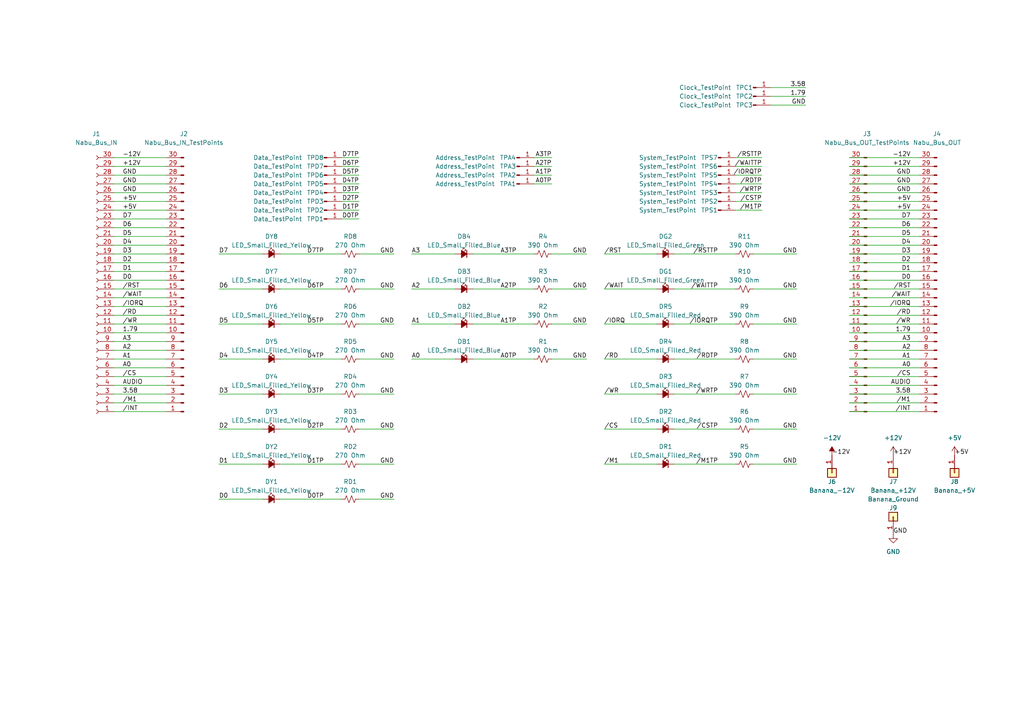
<source format=kicad_sch>
(kicad_sch (version 20211123) (generator eeschema)
  (paper "A4")
  (title_block (title "Nabu BUS LED Monitor") (date "2023-07-15") (rev "3.1"))
  (wire (pts (xy 99.06 48.26) (xy 104.14 48.26)))
  (wire (pts (xy 33.02 68.58) (xy 48.26 68.58)))
  (wire (pts (xy 223.52 25.4) (xy 233.68 25.4)))
  (wire (pts (xy 137.16 73.66) (xy 154.94 73.66)))
  (wire (pts (xy 33.02 101.6) (xy 48.26 101.6)))
  (wire (pts (xy 195.58 83.82) (xy 213.36 83.82)))
  (wire (pts (xy 246.38 99.06) (xy 266.7 99.06)))
  (wire (pts (xy 33.02 71.12) (xy 48.26 71.12)))
  (wire (pts (xy 33.02 99.06) (xy 48.26 99.06)))
  (wire (pts (xy 63.5 134.62) (xy 76.2 134.62)))
  (wire (pts (xy 81.28 93.98) (xy 99.06 93.98)))
  (wire (pts (xy 33.02 119.38) (xy 48.26 119.38)))
  (wire (pts (xy 246.38 93.98) (xy 266.7 93.98)))
  (wire (pts (xy 33.02 63.5) (xy 48.26 63.5)))
  (wire (pts (xy 213.36 45.72) (xy 220.98 45.72)))
  (wire (pts (xy 213.36 48.26) (xy 220.98 48.26)))
  (wire (pts (xy 81.28 83.82) (xy 99.06 83.82)))
  (wire (pts (xy 154.94 53.34) (xy 160.02 53.34)))
  (wire (pts (xy 104.14 134.62) (xy 114.3 134.62)))
  (wire (pts (xy 218.44 114.3) (xy 231.14 114.3)))
  (wire (pts (xy 246.38 101.6) (xy 266.7 101.6)))
  (wire (pts (xy 246.38 48.26) (xy 266.7 48.26)))
  (wire (pts (xy 63.5 83.82) (xy 76.2 83.82)))
  (wire (pts (xy 195.58 124.46) (xy 213.36 124.46)))
  (wire (pts (xy 246.38 91.44) (xy 266.7 91.44)))
  (wire (pts (xy 246.38 73.66) (xy 266.7 73.66)))
  (wire (pts (xy 33.02 73.66) (xy 48.26 73.66)))
  (wire (pts (xy 213.36 58.42) (xy 220.98 58.42)))
  (wire (pts (xy 104.14 114.3) (xy 114.3 114.3)))
  (wire (pts (xy 99.06 55.88) (xy 104.14 55.88)))
  (wire (pts (xy 175.26 93.98) (xy 190.5 93.98)))
  (wire (pts (xy 160.02 104.14) (xy 170.18 104.14)))
  (wire (pts (xy 33.02 81.28) (xy 48.26 81.28)))
  (wire (pts (xy 218.44 83.82) (xy 231.14 83.82)))
  (wire (pts (xy 63.5 93.98) (xy 76.2 93.98)))
  (wire (pts (xy 81.28 144.78) (xy 99.06 144.78)))
  (wire (pts (xy 195.58 93.98) (xy 213.36 93.98)))
  (wire (pts (xy 33.02 78.74) (xy 48.26 78.74)))
  (wire (pts (xy 99.06 53.34) (xy 104.14 53.34)))
  (wire (pts (xy 81.28 124.46) (xy 99.06 124.46)))
  (wire (pts (xy 246.38 76.2) (xy 266.7 76.2)))
  (wire (pts (xy 175.26 83.82) (xy 190.5 83.82)))
  (wire (pts (xy 246.38 50.8) (xy 266.7 50.8)))
  (wire (pts (xy 104.14 124.46) (xy 114.3 124.46)))
  (wire (pts (xy 33.02 96.52) (xy 48.26 96.52)))
  (wire (pts (xy 33.02 104.14) (xy 48.26 104.14)))
  (wire (pts (xy 195.58 134.62) (xy 213.36 134.62)))
  (wire (pts (xy 33.02 88.9) (xy 48.26 88.9)))
  (wire (pts (xy 218.44 124.46) (xy 231.14 124.46)))
  (wire (pts (xy 175.26 134.62) (xy 190.5 134.62)))
  (wire (pts (xy 218.44 134.62) (xy 231.14 134.62)))
  (wire (pts (xy 99.06 45.72) (xy 104.14 45.72)))
  (wire (pts (xy 99.06 60.96) (xy 104.14 60.96)))
  (wire (pts (xy 104.14 83.82) (xy 114.3 83.82)))
  (wire (pts (xy 213.36 50.8) (xy 220.98 50.8)))
  (wire (pts (xy 33.02 91.44) (xy 48.26 91.44)))
  (wire (pts (xy 33.02 66.04) (xy 48.26 66.04)))
  (wire (pts (xy 154.94 50.8) (xy 160.02 50.8)))
  (wire (pts (xy 246.38 81.28) (xy 266.7 81.28)))
  (wire (pts (xy 246.38 63.5) (xy 266.7 63.5)))
  (wire (pts (xy 33.02 116.84) (xy 48.26 116.84)))
  (wire (pts (xy 246.38 60.96) (xy 266.7 60.96)))
  (wire (pts (xy 246.38 68.58) (xy 266.7 68.58)))
  (wire (pts (xy 195.58 73.66) (xy 213.36 73.66)))
  (wire (pts (xy 246.38 66.04) (xy 266.7 66.04)))
  (wire (pts (xy 63.5 114.3) (xy 76.2 114.3)))
  (wire (pts (xy 154.94 48.26) (xy 160.02 48.26)))
  (wire (pts (xy 218.44 73.66) (xy 231.14 73.66)))
  (wire (pts (xy 213.36 55.88) (xy 220.98 55.88)))
  (wire (pts (xy 33.02 45.72) (xy 48.26 45.72)))
  (wire (pts (xy 223.52 27.94) (xy 233.68 27.94)))
  (wire (pts (xy 104.14 73.66) (xy 114.3 73.66)))
  (wire (pts (xy 246.38 119.38) (xy 266.7 119.38)))
  (wire (pts (xy 246.38 104.14) (xy 266.7 104.14)))
  (wire (pts (xy 33.02 83.82) (xy 48.26 83.82)))
  (wire (pts (xy 33.02 106.68) (xy 48.26 106.68)))
  (wire (pts (xy 81.28 134.62) (xy 99.06 134.62)))
  (wire (pts (xy 119.38 104.14) (xy 132.08 104.14)))
  (wire (pts (xy 246.38 111.76) (xy 266.7 111.76)))
  (wire (pts (xy 246.38 88.9) (xy 266.7 88.9)))
  (wire (pts (xy 33.02 60.96) (xy 48.26 60.96)))
  (wire (pts (xy 175.26 104.14) (xy 190.5 104.14)))
  (wire (pts (xy 33.02 93.98) (xy 48.26 93.98)))
  (wire (pts (xy 246.38 83.82) (xy 266.7 83.82)))
  (wire (pts (xy 160.02 83.82) (xy 170.18 83.82)))
  (wire (pts (xy 119.38 73.66) (xy 132.08 73.66)))
  (wire (pts (xy 81.28 104.14) (xy 99.06 104.14)))
  (wire (pts (xy 175.26 124.46) (xy 190.5 124.46)))
  (wire (pts (xy 246.38 114.3) (xy 266.7 114.3)))
  (wire (pts (xy 33.02 76.2) (xy 48.26 76.2)))
  (wire (pts (xy 137.16 104.14) (xy 154.94 104.14)))
  (wire (pts (xy 81.28 114.3) (xy 99.06 114.3)))
  (wire (pts (xy 175.26 114.3) (xy 190.5 114.3)))
  (wire (pts (xy 33.02 53.34) (xy 48.26 53.34)))
  (wire (pts (xy 63.5 144.78) (xy 76.2 144.78)))
  (wire (pts (xy 119.38 83.82) (xy 132.08 83.82)))
  (wire (pts (xy 218.44 104.14) (xy 231.14 104.14)))
  (wire (pts (xy 246.38 53.34) (xy 266.7 53.34)))
  (wire (pts (xy 119.38 93.98) (xy 132.08 93.98)))
  (wire (pts (xy 246.38 55.88) (xy 266.7 55.88)))
  (wire (pts (xy 160.02 73.66) (xy 170.18 73.66)))
  (wire (pts (xy 137.16 93.98) (xy 154.94 93.98)))
  (wire (pts (xy 246.38 106.68) (xy 266.7 106.68)))
  (wire (pts (xy 33.02 109.22) (xy 48.26 109.22)))
  (wire (pts (xy 246.38 45.72) (xy 266.7 45.72)))
  (wire (pts (xy 154.94 45.72) (xy 160.02 45.72)))
  (wire (pts (xy 213.36 60.96) (xy 220.98 60.96)))
  (wire (pts (xy 195.58 114.3) (xy 213.36 114.3)))
  (wire (pts (xy 246.38 78.74) (xy 266.7 78.74)))
  (wire (pts (xy 33.02 58.42) (xy 48.26 58.42)))
  (wire (pts (xy 33.02 114.3) (xy 48.26 114.3)))
  (wire (pts (xy 33.02 48.26) (xy 48.26 48.26)))
  (wire (pts (xy 81.28 73.66) (xy 99.06 73.66)))
  (wire (pts (xy 213.36 53.34) (xy 220.98 53.34)))
  (wire (pts (xy 33.02 86.36) (xy 48.26 86.36)))
  (wire (pts (xy 175.26 73.66) (xy 190.5 73.66)))
  (wire (pts (xy 33.02 50.8) (xy 48.26 50.8)))
  (wire (pts (xy 33.02 111.76) (xy 48.26 111.76)))
  (wire (pts (xy 218.44 93.98) (xy 231.14 93.98)))
  (wire (pts (xy 99.06 50.8) (xy 104.14 50.8)))
  (wire (pts (xy 246.38 71.12) (xy 266.7 71.12)))
  (wire (pts (xy 63.5 124.46) (xy 76.2 124.46)))
  (wire (pts (xy 63.5 104.14) (xy 76.2 104.14)))
  (wire (pts (xy 104.14 93.98) (xy 114.3 93.98)))
  (wire (pts (xy 99.06 58.42) (xy 104.14 58.42)))
  (wire (pts (xy 33.02 55.88) (xy 48.26 55.88)))
  (wire (pts (xy 246.38 96.52) (xy 266.7 96.52)))
  (wire (pts (xy 195.58 104.14) (xy 213.36 104.14)))
  (wire (pts (xy 99.06 63.5) (xy 104.14 63.5)))
  (wire (pts (xy 104.14 144.78) (xy 114.3 144.78)))
  (wire (pts (xy 246.38 58.42) (xy 266.7 58.42)))
  (wire (pts (xy 160.02 93.98) (xy 170.18 93.98)))
  (wire (pts (xy 223.52 30.48) (xy 233.68 30.48)))
  (wire (pts (xy 246.38 109.22) (xy 266.7 109.22)))
  (wire (pts (xy 63.5 73.66) (xy 76.2 73.66)))
  (wire (pts (xy 246.38 116.84) (xy 266.7 116.84)))
  (wire (pts (xy 137.16 83.82) (xy 154.94 83.82)))
  (wire (pts (xy 104.14 104.14) (xy 114.3 104.14)))
  (wire (pts (xy 246.38 86.36) (xy 266.7 86.36)))
  (label "{slash}CSTP" (at 220.98 58.42 180))
  (label "GND" (at 114.3 104.14 180))
  (label "-12V" (at 35.56 45.72 0))
  (label "GND" (at 35.56 55.88 0))
  (label "{slash}RD" (at 175.26 104.14 0))
  (label "3.58" (at 35.56 114.3 0))
  (label "{slash}WAITTP" (at 208.28 83.82 180))
  (label "D3" (at 264.16 73.66 180))
  (label "GND" (at 35.56 53.34 0))
  (label "GND" (at 231.14 73.66 180))
  (label "GND" (at 170.18 93.98 180))
  (label "-12V" (at 241.3 132.08 0))
  (label "D5TP" (at 104.14 50.8 180))
  (label "{slash}M1TP" (at 220.98 60.96 180))
  (label "D4TP" (at 93.98 104.14 180))
  (label "D1" (at 264.16 78.74 180))
  (label "GND" (at 170.18 104.14 180))
  (label "D7TP" (at 104.14 45.72 180))
  (label "D7" (at 35.56 63.5 0))
  (label "D4TP" (at 104.14 53.34 180))
  (label "1.79" (at 35.56 96.52 0))
  (label "+5V" (at 264.16 60.96 180))
  (label "{slash}RST" (at 35.56 83.82 0))
  (label "{slash}WR" (at 264.16 93.98 180))
  (label "GND" (at 233.68 30.48 180))
  (label "GND" (at 231.14 124.46 180))
  (label "A0TP" (at 160.02 53.34 180))
  (label "GND" (at 264.16 50.8 180))
  (label "D5" (at 35.56 68.58 0))
  (label "+5V" (at 264.16 58.42 180))
  (label "A2TP" (at 149.86 83.82 180))
  (label "{slash}WRTP" (at 208.28 114.3 180))
  (label "A2TP" (at 160.02 48.26 180))
  (label "AUDIO" (at 35.56 111.76 0))
  (label "+5V" (at 35.56 60.96 0))
  (label "GND" (at 114.3 93.98 180))
  (label "+12V" (at 264.16 48.26 180))
  (label "D4" (at 63.5 104.14 0))
  (label "D2TP" (at 93.98 124.46 180))
  (label "D2" (at 63.5 124.46 0))
  (label "D7" (at 264.16 63.5 180))
  (label "D6TP" (at 104.14 48.26 180))
  (label "A0" (at 35.56 106.68 0))
  (label "3.58" (at 264.16 114.3 180))
  (label "{slash}M1TP" (at 208.28 134.62 180))
  (label "D1TP" (at 104.14 60.96 180))
  (label "{slash}RDTP" (at 208.28 104.14 180))
  (label "D7TP" (at 93.98 73.66 180))
  (label "A1TP" (at 160.02 50.8 180))
  (label "D6" (at 35.56 66.04 0))
  (label "{slash}RD" (at 35.56 91.44 0))
  (label "GND" (at 231.14 134.62 180))
  (label "{slash}INT" (at 35.56 119.38 0))
  (label "GND" (at 114.3 114.3 180))
  (label "A0" (at 264.16 106.68 180))
  (label "GND" (at 114.3 144.78 180))
  (label "A1TP" (at 149.86 93.98 180))
  (label "A3" (at 119.38 73.66 0))
  (label "D6" (at 63.5 83.82 0))
  (label "{slash}WR" (at 35.56 93.98 0))
  (label "D1" (at 63.5 134.62 0))
  (label "D2TP" (at 104.14 58.42 180))
  (label "D5" (at 63.5 93.98 0))
  (label "A0" (at 119.38 104.14 0))
  (label "A1" (at 264.16 104.14 180))
  (label "GND" (at 114.3 124.46 180))
  (label "D1TP" (at 93.98 134.62 180))
  (label "{slash}RST" (at 175.26 73.66 0))
  (label "A2" (at 119.38 83.82 0))
  (label "A3TP" (at 149.86 73.66 180))
  (label "{slash}IORQTP" (at 220.98 50.8 180))
  (label "D5" (at 264.16 68.58 180))
  (label "GND" (at 259.08 154.94 0))
  (label "{slash}WRTP" (at 220.98 55.88 180))
  (label "GND" (at 231.14 104.14 180))
  (label "D0" (at 264.16 81.28 180))
  (label "GND" (at 114.3 73.66 180))
  (label "D4" (at 264.16 71.12 180))
  (label "+5V" (at 276.86 132.08 0))
  (label "{slash}IORQ" (at 35.56 88.9 0))
  (label "AUDIO" (at 264.16 111.76 180))
  (label "D7" (at 63.5 73.66 0))
  (label "{slash}WAIT" (at 175.26 83.82 0))
  (label "D0" (at 35.56 81.28 0))
  (label "+5V" (at 35.56 58.42 0))
  (label "D2" (at 35.56 76.2 0))
  (label "A2" (at 264.16 101.6 180))
  (label "A0TP" (at 149.86 104.14 180))
  (label "{slash}M1" (at 175.26 134.62 0))
  (label "{slash}CS" (at 35.56 109.22 0))
  (label "{slash}IORQ" (at 175.26 93.98 0))
  (label "{slash}IORQTP" (at 208.28 93.98 180))
  (label "-12V" (at 264.16 45.72 180))
  (label "A3TP" (at 160.02 45.72 180))
  (label "+12V" (at 259.08 132.08 0))
  (label "{slash}WAIT" (at 264.16 86.36 180))
  (label "3.58" (at 233.68 25.4 180))
  (label "D4" (at 35.56 71.12 0))
  (label "{slash}CS" (at 175.26 124.46 0))
  (label "+12V" (at 35.56 48.26 0))
  (label "{slash}M1" (at 35.56 116.84 0))
  (label "D2" (at 264.16 76.2 180))
  (label "A1" (at 35.56 104.14 0))
  (label "{slash}IORQ" (at 264.16 88.9 180))
  (label "D6" (at 264.16 66.04 180))
  (label "{slash}WR" (at 175.26 114.3 0))
  (label "{slash}RSTTP" (at 220.98 45.72 180))
  (label "D3" (at 35.56 73.66 0))
  (label "{slash}RD" (at 264.16 91.44 180))
  (label "{slash}RST" (at 264.16 83.82 180))
  (label "D0TP" (at 93.98 144.78 180))
  (label "D3TP" (at 104.14 55.88 180))
  (label "GND" (at 170.18 83.82 180))
  (label "{slash}WAIT" (at 35.56 86.36 0))
  (label "1.79" (at 233.68 27.94 180))
  (label "GND" (at 231.14 93.98 180))
  (label "GND" (at 231.14 114.3 180))
  (label "GND" (at 114.3 83.82 180))
  (label "D5TP" (at 93.98 93.98 180))
  (label "{slash}INT" (at 264.16 119.38 180))
  (label "{slash}CSTP" (at 208.28 124.46 180))
  (label "GND" (at 264.16 55.88 180))
  (label "GND" (at 170.18 73.66 180))
  (label "D1" (at 35.56 78.74 0))
  (label "GND" (at 231.14 83.82 180))
  (label "GND" (at 35.56 50.8 0))
  (label "D3" (at 63.5 114.3 0))
  (label "A2" (at 35.56 101.6 0))
  (label "D0TP" (at 104.14 63.5 180))
  (label "A1" (at 119.38 93.98 0))
  (label "GND" (at 114.3 134.62 180))
  (label "{slash}M1" (at 264.16 116.84 180))
  (label "{slash}RSTTP" (at 208.28 73.66 180))
  (label "{slash}RDTP" (at 220.98 53.34 180))
  (label "{slash}CS" (at 264.16 109.22 180))
  (label "D0" (at 63.5 144.78 0))
  (label "1.79" (at 264.16 96.52 180))
  (label "A3" (at 35.56 99.06 0))
  (label "D3TP" (at 93.98 114.3 180))
  (label "GND" (at 264.16 53.34 180))
  (label "{slash}WAITTP" (at 220.98 48.26 180))
  (label "A3" (at 264.16 99.06 180))
  (label "D6TP" (at 93.98 83.82 180))
  (symbol (lib_id "Connector:Conn_01x01_Male") (at 208.28 58.42 0) (unit 1)
    (property "Reference" "TPS2" (at 205.74 58.42 0))
    (property "Value" "System_TestPoint" (at 201.93 58.42 0) (effects (justify right)))
    (property "Footprint" "Nabu-Bus-LED:TestPoint_Pad_SMD_1206" (effects hide))
    (property "Datasheet" "https://www.te.com/usa-en/product-1625854-4.datasheet.pdf" (effects hide))
    (property "Description" "PC TEST POINT NATURAL" (effects hide))
    (property "Digi-Key_PN" "A106146CT-ND" (effects hide))
    (property "LCSC" "C5260503" (effects hide))
    (property "MPN" "RCW-0C" (effects hide))
    (property "Manufacturer" "TE Connectivity AMP Connectors" (effects hide))
  )
  (symbol (lib_id "Device:R_Small_US") (at 215.9 124.46 90) (unit 1)
    (property "Reference" "R6" (at 215.9 119.38 90))
    (property "Value" "390 Ohm" (at 215.9 121.92 90))
    (property "Footprint" "Resistor_SMD:R_0805_2012Metric_Pad1.20x1.40mm_HandSolder" (effects hide))
    (property "Datasheet" "https://industrial.panasonic.com/cdbs/www-data/pdf/RDA0000/AOA0000C304.pdf" (effects hide))
    (property "Description" "RES SMD 390 OHM 1% 1/8W 0805" (effects hide))
    (property "Digi-Key_PN" "P390CCT-ND" (effects hide))
    (property "LCSC" "C410015" (effects hide))
    (property "MPN" "ERJ-6ENF3900V" (effects hide))
    (property "Manufacturer" "Panasonic Electronic Components" (effects hide))
  )
  (symbol (lib_id "Connector:Conn_01x01_Male") (at 149.86 45.72 0) (unit 1)
    (property "Reference" "TPA4" (at 147.32 45.72 0))
    (property "Value" "Address_TestPoint" (at 143.51 45.72 0) (effects (justify right)))
    (property "Footprint" "Nabu-Bus-LED:TestPoint_Pad_SMD_1206" (effects hide))
    (property "Datasheet" "https://www.te.com/usa-en/product-1625854-4.datasheet.pdf" (effects hide))
    (property "Description" "PC TEST POINT NATURAL" (effects hide))
    (property "Digi-Key_PN" "A106146CT-ND" (effects hide))
    (property "LCSC" "C5260503" (effects hide))
    (property "MPN" "RCW-0C" (effects hide))
    (property "Manufacturer" "TE Connectivity AMP Connectors" (effects hide))
  )
  (symbol (lib_id "Device:R_Small_US") (at 157.48 83.82 90) (unit 1)
    (property "Reference" "R3" (at 157.48 78.74 90))
    (property "Value" "390 Ohm" (at 157.48 81.28 90))
    (property "Footprint" "Resistor_SMD:R_0805_2012Metric_Pad1.20x1.40mm_HandSolder" (effects hide))
    (property "Datasheet" "https://industrial.panasonic.com/cdbs/www-data/pdf/RDA0000/AOA0000C304.pdf" (effects hide))
    (property "Description" "RES SMD 390 OHM 1% 1/8W 0805" (effects hide))
    (property "Digi-Key_PN" "P390CCT-ND" (effects hide))
    (property "LCSC" "C410015" (effects hide))
    (property "MPN" "ERJ-6ENF3900V" (effects hide))
    (property "Manufacturer" "Panasonic Electronic Components" (effects hide))
  )
  (symbol (lib_id "Connector:Conn_01x01_Male") (at 93.98 60.96 0) (unit 1)
    (property "Reference" "TPD2" (at 91.44 60.96 0))
    (property "Value" "Data_TestPoint" (at 87.63 60.96 0) (effects (justify right)))
    (property "Footprint" "Nabu-Bus-LED:TestPoint_Pad_SMD_1206" (effects hide))
    (property "Datasheet" "https://www.te.com/usa-en/product-1625854-4.datasheet.pdf" (effects hide))
    (property "Description" "PC TEST POINT NATURAL" (effects hide))
    (property "Digi-Key_PN" "A106146CT-ND" (effects hide))
    (property "LCSC" "C5260503" (effects hide))
    (property "MPN" "RCW-0C" (effects hide))
    (property "Manufacturer" "TE Connectivity AMP Connectors" (effects hide))
  )
  (symbol (lib_id "Device:LED_Small_Filled") (at 78.74 73.66 0) (mirror y) (unit 1)
    (property "Reference" "DY8" (at 78.74 68.58 0))
    (property "Value" "LED_Small_Filled_Yellow" (at 78.74 71.12 0))
    (property "Footprint" "LED_SMD:LED_1206_3216Metric_Pad1.42x1.75mm_HandSolder" (effects hide))
    (property "Datasheet" "https://datasheet.lcsc.com/lcsc/2211030000_XINGLIGHT-XL-3216UYC_C965824.pdf" (effects hide))
    (property "Description" "Colorless transparence -30℃~+85℃ 589nm~591nm Positive post yellow 120° 55mW 1206 Light Emitting Diodes (LED) ROHS" (effects hide))
    (property "LCSC" "C965824" (effects hide))
    (property "MPN" "XL-3216UYC" (effects hide))
    (property "Manufacturer" "XINGLIGHT" (effects hide))
  )
  (symbol (lib_id "Connector:Conn_01x01_Male") (at 218.44 30.48 0) (unit 1)
    (property "Reference" "TPC3" (at 215.9 30.48 0))
    (property "Value" "Clock_TestPoint" (at 212.09 30.48 0) (effects (justify right)))
    (property "Footprint" "Nabu-Bus-LED:TestPoint_Pad_SMD_1206" (effects hide))
    (property "Datasheet" "https://www.te.com/usa-en/product-1625854-4.datasheet.pdf" (effects hide))
    (property "Description" "PC TEST POINT NATURAL" (effects hide))
    (property "Digi-Key_PN" "A106146CT-ND" (effects hide))
    (property "LCSC" "C5260503" (effects hide))
    (property "MPN" "RCW-0C" (effects hide))
    (property "Manufacturer" "TE Connectivity AMP Connectors" (effects hide))
  )
  (symbol (lib_id "Device:LED_Small_Filled") (at 134.62 93.98 0) (mirror y) (unit 1)
    (property "Reference" "DB2" (at 134.62 88.9 0))
    (property "Value" "LED_Small_Filled_Blue" (at 134.62 91.44 0))
    (property "Footprint" "LED_SMD:LED_1206_3216Metric_Pad1.42x1.75mm_HandSolder" (effects hide))
    (property "Datasheet" "https://datasheet.lcsc.com/lcsc/2211030000_XINGLIGHT-XL-3216UBC_C965827.pdf" (effects hide))
    (property "Description" "Colorless transparence -30℃~+85℃ Positive post 460nm~469nm blue 120° 80mW 1206 Light Emitting Diodes (LED) ROHS" (effects hide))
    (property "LCSC" "C965827" (effects hide))
    (property "MPN" "XL-3216UBC" (effects hide))
    (property "Manufacturer" "XINGLIGHT" (effects hide))
  )
  (symbol (lib_id "Device:LED_Small_Filled") (at 193.04 93.98 0) (mirror y) (unit 1)
    (property "Reference" "DR5" (at 193.04 88.9 0))
    (property "Value" "LED_Small_Filled_Red" (at 193.04 91.44 0))
    (property "Footprint" "LED_SMD:LED_1206_3216Metric_Pad1.42x1.75mm_HandSolder" (effects hide))
    (property "Datasheet" "https://datasheet.lcsc.com/lcsc/2211030000_XINGLIGHT-XL-3216SURC_C965822.pdf" (effects hide))
    (property "Description" "Colorless transparence -30℃~+85℃ Positive post 617nm~621nm Red 120° 55mW 1206 Light Emitting Diodes (LED) ROHS" (effects hide))
    (property "LCSC" "C965822" (effects hide))
    (property "MPN" "XL-3216SURC" (effects hide))
    (property "Manufacturer" "XINGLIGHT" (effects hide))
  )
  (symbol (lib_id "Connector:Conn_01x01_Male") (at 93.98 50.8 0) (unit 1)
    (property "Reference" "TPD6" (at 91.44 50.8 0))
    (property "Value" "Data_TestPoint" (at 87.63 50.8 0) (effects (justify right)))
    (property "Footprint" "Nabu-Bus-LED:TestPoint_Pad_SMD_1206" (effects hide))
    (property "Datasheet" "https://www.te.com/usa-en/product-1625854-4.datasheet.pdf" (effects hide))
    (property "Description" "PC TEST POINT NATURAL" (effects hide))
    (property "Digi-Key_PN" "A106146CT-ND" (effects hide))
    (property "LCSC" "C5260503" (effects hide))
    (property "MPN" "RCW-0C" (effects hide))
    (property "Manufacturer" "TE Connectivity AMP Connectors" (effects hide))
  )
  (symbol (lib_id "Device:R_Small_US") (at 101.6 83.82 90) (unit 1)
    (property "Reference" "RD7" (at 101.6 78.74 90))
    (property "Value" "270 Ohm" (at 101.6 81.28 90))
    (property "Footprint" "Resistor_SMD:R_0805_2012Metric_Pad1.20x1.40mm_HandSolder" (effects hide))
    (property "Datasheet" "https://industrial.panasonic.com/cdbs/www-data/pdf/RDA0000/AOA0000C304.pdf" (effects hide))
    (property "Description" "RES SMD 270 OHM 1% 1/8W 0805" (effects hide))
    (property "Digi-Key_PN" "P270CCT-ND" (effects hide))
    (property "LCSC" "C413271" (effects hide))
    (property "MPN" "ERJ-6ENF2700V" (effects hide))
    (property "Manufacturer" "Panasonic Electronic Components" (effects hide))
  )
  (symbol (lib_id "Device:R_Small_US") (at 101.6 114.3 90) (unit 1)
    (property "Reference" "RD4" (at 101.6 109.22 90))
    (property "Value" "270 Ohm" (at 101.6 111.76 90))
    (property "Footprint" "Resistor_SMD:R_0805_2012Metric_Pad1.20x1.40mm_HandSolder" (effects hide))
    (property "Datasheet" "https://industrial.panasonic.com/cdbs/www-data/pdf/RDA0000/AOA0000C304.pdf" (effects hide))
    (property "Description" "RES SMD 270 OHM 1% 1/8W 0805" (effects hide))
    (property "Digi-Key_PN" "P270CCT-ND" (effects hide))
    (property "LCSC" "C413271" (effects hide))
    (property "MPN" "ERJ-6ENF2700V" (effects hide))
    (property "Manufacturer" "Panasonic Electronic Components" (effects hide))
  )
  (symbol (lib_id "Device:LED_Small_Filled") (at 193.04 114.3 0) (mirror y) (unit 1)
    (property "Reference" "DR3" (at 193.04 109.22 0))
    (property "Value" "LED_Small_Filled_Red" (at 193.04 111.76 0))
    (property "Footprint" "LED_SMD:LED_1206_3216Metric_Pad1.42x1.75mm_HandSolder" (effects hide))
    (property "Datasheet" "https://datasheet.lcsc.com/lcsc/2211030000_XINGLIGHT-XL-3216SURC_C965822.pdf" (effects hide))
    (property "Description" "Colorless transparence -30℃~+85℃ Positive post 617nm~621nm Red 120° 55mW 1206 Light Emitting Diodes (LED) ROHS" (effects hide))
    (property "LCSC" "C965822" (effects hide))
    (property "MPN" "XL-3216SURC" (effects hide))
    (property "Manufacturer" "XINGLIGHT" (effects hide))
  )
  (symbol (lib_id "Device:LED_Small_Filled") (at 193.04 104.14 0) (mirror y) (unit 1)
    (property "Reference" "DR4" (at 193.04 99.06 0))
    (property "Value" "LED_Small_Filled_Red" (at 193.04 101.6 0))
    (property "Footprint" "LED_SMD:LED_1206_3216Metric_Pad1.42x1.75mm_HandSolder" (effects hide))
    (property "Datasheet" "https://datasheet.lcsc.com/lcsc/2211030000_XINGLIGHT-XL-3216SURC_C965822.pdf" (effects hide))
    (property "Description" "Colorless transparence -30℃~+85℃ Positive post 617nm~621nm Red 120° 55mW 1206 Light Emitting Diodes (LED) ROHS" (effects hide))
    (property "LCSC" "C965822" (effects hide))
    (property "MPN" "XL-3216SURC" (effects hide))
    (property "Manufacturer" "XINGLIGHT" (effects hide))
  )
  (symbol (lib_id "Device:R_Small_US") (at 101.6 104.14 90) (unit 1)
    (property "Reference" "RD5" (at 101.6 99.06 90))
    (property "Value" "270 Ohm" (at 101.6 101.6 90))
    (property "Footprint" "Resistor_SMD:R_0805_2012Metric_Pad1.20x1.40mm_HandSolder" (effects hide))
    (property "Datasheet" "https://industrial.panasonic.com/cdbs/www-data/pdf/RDA0000/AOA0000C304.pdf" (effects hide))
    (property "Description" "RES SMD 270 OHM 1% 1/8W 0805" (effects hide))
    (property "Digi-Key_PN" "P270CCT-ND" (effects hide))
    (property "LCSC" "C413271" (effects hide))
    (property "MPN" "ERJ-6ENF2700V" (effects hide))
    (property "Manufacturer" "Panasonic Electronic Components" (effects hide))
  )
  (symbol (lib_id "Device:R_Small_US") (at 101.6 144.78 90) (unit 1)
    (property "Reference" "RD1" (at 101.6 139.7 90))
    (property "Value" "270 Ohm" (at 101.6 142.24 90))
    (property "Footprint" "Resistor_SMD:R_0805_2012Metric_Pad1.20x1.40mm_HandSolder" (effects hide))
    (property "Datasheet" "https://industrial.panasonic.com/cdbs/www-data/pdf/RDA0000/AOA0000C304.pdf" (effects hide))
    (property "Description" "RES SMD 270 OHM 1% 1/8W 0805" (effects hide))
    (property "Digi-Key_PN" "P270CCT-ND" (effects hide))
    (property "LCSC" "C413271" (effects hide))
    (property "MPN" "ERJ-6ENF2700V" (effects hide))
    (property "Manufacturer" "Panasonic Electronic Components" (effects hide))
  )
  (symbol (lib_id "Connector:Conn_01x01_Male") (at 149.86 48.26 0) (unit 1)
    (property "Reference" "TPA3" (at 147.32 48.26 0))
    (property "Value" "Address_TestPoint" (at 143.51 48.26 0) (effects (justify right)))
    (property "Footprint" "Nabu-Bus-LED:TestPoint_Pad_SMD_1206" (effects hide))
    (property "Datasheet" "https://www.te.com/usa-en/product-1625854-4.datasheet.pdf" (effects hide))
    (property "Description" "PC TEST POINT NATURAL" (effects hide))
    (property "Digi-Key_PN" "A106146CT-ND" (effects hide))
    (property "LCSC" "C5260503" (effects hide))
    (property "MPN" "RCW-0C" (effects hide))
    (property "Manufacturer" "TE Connectivity AMP Connectors" (effects hide))
  )
  (symbol (lib_id "Device:R_Small_US") (at 215.9 134.62 90) (unit 1)
    (property "Reference" "R5" (at 215.9 129.54 90))
    (property "Value" "390 Ohm" (at 215.9 132.08 90))
    (property "Footprint" "Resistor_SMD:R_0805_2012Metric_Pad1.20x1.40mm_HandSolder" (effects hide))
    (property "Datasheet" "https://industrial.panasonic.com/cdbs/www-data/pdf/RDA0000/AOA0000C304.pdf" (effects hide))
    (property "Description" "RES SMD 390 OHM 1% 1/8W 0805" (effects hide))
    (property "Digi-Key_PN" "P390CCT-ND" (effects hide))
    (property "LCSC" "C410015" (effects hide))
    (property "MPN" "ERJ-6ENF3900V" (effects hide))
    (property "Manufacturer" "Panasonic Electronic Components" (effects hide))
  )
  (symbol (lib_id "power:+5V") (at 276.86 132.08 0) (unit 1)
    (property "Reference" "#PWR03" (effects hide))
    (property "Value" "+5V" (at 276.86 127 0))
  )
  (symbol (lib_id "Connector:Conn_01x30_Male") (at 251.46 83.82 180) (unit 1)
    (property "Reference" "J3" (at 251.46 38.1 0) (effects (justify bottom)))
    (property "Value" "Nabu_Bus_OUT_TestPoints" (at 251.46 40.64 0) (effects (justify bottom)))
    (property "Footprint" "Connector_PinHeader_2.54mm:PinHeader_1x30_P2.54mm_Vertical" (effects hide))
    (property "Datasheet" "http://suddendocs.samtec.com/catalog_english/tsw_th.pdf" (effects hide))
    (property "Description" "CONN HEADER VERT 30POS 2.54MM" (effects hide))
    (property "Digi-Key_PN" "SAM1059-30-ND" (effects hide))
    (property "LCSC" "C2883689" (effects hide))
    (property "MPN" "TSW-130-14-T-S" (effects hide))
    (property "Manufacturer" "Samtec Inc." (effects hide))
  )
  (symbol (lib_id "Connector:Conn_01x01_Male") (at 93.98 45.72 0) (unit 1)
    (property "Reference" "TPD8" (at 91.44 45.72 0))
    (property "Value" "Data_TestPoint" (at 87.63 45.72 0) (effects (justify right)))
    (property "Footprint" "Nabu-Bus-LED:TestPoint_Pad_SMD_1206" (effects hide))
    (property "Datasheet" "https://www.te.com/usa-en/product-1625854-4.datasheet.pdf" (effects hide))
    (property "Description" "PC TEST POINT NATURAL" (effects hide))
    (property "Digi-Key_PN" "A106146CT-ND" (effects hide))
    (property "LCSC" "C5260503" (effects hide))
    (property "MPN" "RCW-0C" (effects hide))
    (property "Manufacturer" "TE Connectivity AMP Connectors" (effects hide))
  )
  (symbol (lib_id "Device:R_Small_US") (at 157.48 104.14 90) (unit 1)
    (property "Reference" "R1" (at 157.48 99.06 90))
    (property "Value" "390 Ohm" (at 157.48 101.6 90))
    (property "Footprint" "Resistor_SMD:R_0805_2012Metric_Pad1.20x1.40mm_HandSolder" (effects hide))
    (property "Datasheet" "https://industrial.panasonic.com/cdbs/www-data/pdf/RDA0000/AOA0000C304.pdf" (effects hide))
    (property "Description" "RES SMD 390 OHM 1% 1/8W 0805" (effects hide))
    (property "Digi-Key_PN" "P390CCT-ND" (effects hide))
    (property "LCSC" "C410015" (effects hide))
    (property "MPN" "ERJ-6ENF3900V" (effects hide))
    (property "Manufacturer" "Panasonic Electronic Components" (effects hide))
  )
  (symbol (lib_id "Connector:Conn_01x01_Male") (at 208.28 55.88 0) (unit 1)
    (property "Reference" "TPS3" (at 205.74 55.88 0))
    (property "Value" "System_TestPoint" (at 201.93 55.88 0) (effects (justify right)))
    (property "Footprint" "Nabu-Bus-LED:TestPoint_Pad_SMD_1206" (effects hide))
    (property "Datasheet" "https://www.te.com/usa-en/product-1625854-4.datasheet.pdf" (effects hide))
    (property "Description" "PC TEST POINT NATURAL" (effects hide))
    (property "Digi-Key_PN" "A106146CT-ND" (effects hide))
    (property "LCSC" "C5260503" (effects hide))
    (property "MPN" "RCW-0C" (effects hide))
    (property "Manufacturer" "TE Connectivity AMP Connectors" (effects hide))
  )
  (symbol (lib_id "Device:R_Small_US") (at 215.9 114.3 90) (unit 1)
    (property "Reference" "R7" (at 215.9 109.22 90))
    (property "Value" "390 Ohm" (at 215.9 111.76 90))
    (property "Footprint" "Resistor_SMD:R_0805_2012Metric_Pad1.20x1.40mm_HandSolder" (effects hide))
    (property "Datasheet" "https://industrial.panasonic.com/cdbs/www-data/pdf/RDA0000/AOA0000C304.pdf" (effects hide))
    (property "Description" "RES SMD 390 OHM 1% 1/8W 0805" (effects hide))
    (property "Digi-Key_PN" "P390CCT-ND" (effects hide))
    (property "LCSC" "C410015" (effects hide))
    (property "MPN" "ERJ-6ENF3900V" (effects hide))
    (property "Manufacturer" "Panasonic Electronic Components" (effects hide))
  )
  (symbol (lib_id "Device:LED_Small_Filled") (at 134.62 73.66 0) (mirror y) (unit 1)
    (property "Reference" "DB4" (at 134.62 68.58 0))
    (property "Value" "LED_Small_Filled_Blue" (at 134.62 71.12 0))
    (property "Footprint" "LED_SMD:LED_1206_3216Metric_Pad1.42x1.75mm_HandSolder" (effects hide))
    (property "Datasheet" "https://datasheet.lcsc.com/lcsc/2211030000_XINGLIGHT-XL-3216UBC_C965827.pdf" (effects hide))
    (property "Description" "Colorless transparence -30℃~+85℃ Positive post 460nm~469nm blue 120° 80mW 1206 Light Emitting Diodes (LED) ROHS" (effects hide))
    (property "LCSC" "C965827" (effects hide))
    (property "MPN" "XL-3216UBC" (effects hide))
    (property "Manufacturer" "XINGLIGHT" (effects hide))
  )
  (symbol (lib_id "Device:LED_Small_Filled") (at 193.04 124.46 0) (mirror y) (unit 1)
    (property "Reference" "DR2" (at 193.04 119.38 0))
    (property "Value" "LED_Small_Filled_Red" (at 193.04 121.92 0))
    (property "Footprint" "LED_SMD:LED_1206_3216Metric_Pad1.42x1.75mm_HandSolder" (effects hide))
    (property "Datasheet" "https://datasheet.lcsc.com/lcsc/2211030000_XINGLIGHT-XL-3216SURC_C965822.pdf" (effects hide))
    (property "Description" "Colorless transparence -30℃~+85℃ Positive post 617nm~621nm Red 120° 55mW 1206 Light Emitting Diodes (LED) ROHS" (effects hide))
    (property "LCSC" "C965822" (effects hide))
    (property "MPN" "XL-3216SURC" (effects hide))
    (property "Manufacturer" "XINGLIGHT" (effects hide))
  )
  (symbol (lib_id "Device:R_Small_US") (at 101.6 124.46 90) (unit 1)
    (property "Reference" "RD3" (at 101.6 119.38 90))
    (property "Value" "270 Ohm" (at 101.6 121.92 90))
    (property "Footprint" "Resistor_SMD:R_0805_2012Metric_Pad1.20x1.40mm_HandSolder" (effects hide))
    (property "Datasheet" "https://industrial.panasonic.com/cdbs/www-data/pdf/RDA0000/AOA0000C304.pdf" (effects hide))
    (property "Description" "RES SMD 270 OHM 1% 1/8W 0805" (effects hide))
    (property "Digi-Key_PN" "P270CCT-ND" (effects hide))
    (property "LCSC" "C413271" (effects hide))
    (property "MPN" "ERJ-6ENF2700V" (effects hide))
    (property "Manufacturer" "Panasonic Electronic Components" (effects hide))
  )
  (symbol (lib_id "Device:LED_Small_Filled") (at 78.74 104.14 0) (mirror y) (unit 1)
    (property "Reference" "DY5" (at 78.74 99.06 0))
    (property "Value" "LED_Small_Filled_Yellow" (at 78.74 101.6 0))
    (property "Footprint" "LED_SMD:LED_1206_3216Metric_Pad1.42x1.75mm_HandSolder" (effects hide))
    (property "Datasheet" "https://datasheet.lcsc.com/lcsc/2211030000_XINGLIGHT-XL-3216UYC_C965824.pdf" (effects hide))
    (property "Description" "Colorless transparence -30℃~+85℃ 589nm~591nm Positive post yellow 120° 55mW 1206 Light Emitting Diodes (LED) ROHS" (effects hide))
    (property "LCSC" "C965824" (effects hide))
    (property "MPN" "XL-3216UYC" (effects hide))
    (property "Manufacturer" "XINGLIGHT" (effects hide))
  )
  (symbol (lib_id "Device:R_Small_US") (at 101.6 134.62 90) (unit 1)
    (property "Reference" "RD2" (at 101.6 129.54 90))
    (property "Value" "270 Ohm" (at 101.6 132.08 90))
    (property "Footprint" "Resistor_SMD:R_0805_2012Metric_Pad1.20x1.40mm_HandSolder" (effects hide))
    (property "Datasheet" "https://industrial.panasonic.com/cdbs/www-data/pdf/RDA0000/AOA0000C304.pdf" (effects hide))
    (property "Description" "RES SMD 270 OHM 1% 1/8W 0805" (effects hide))
    (property "Digi-Key_PN" "P270CCT-ND" (effects hide))
    (property "LCSC" "C413271" (effects hide))
    (property "MPN" "ERJ-6ENF2700V" (effects hide))
    (property "Manufacturer" "Panasonic Electronic Components" (effects hide))
  )
  (symbol (lib_id "Connector:Conn_01x30_Male") (at 271.78 83.82 180) (unit 1)
    (property "Reference" "J4" (at 271.78 38.1 0) (effects (justify bottom)))
    (property "Value" "Nabu_Bus_OUT" (at 271.78 40.64 0) (effects (justify bottom)))
    (property "Footprint" "Connector_PinHeader_2.54mm:PinHeader_1x30_P2.54mm_Vertical" (effects hide))
    (property "Datasheet" "http://suddendocs.samtec.com/catalog_english/tsw_th.pdf" (effects hide))
    (property "Description" "CONN HDR .100\" 30POS" (effects hide))
    (property "Digi-Key_PN" "612-TSW-130-25-T-S-RA-ND" (effects hide))
    (property "LCSC" "C2883868" (effects hide))
    (property "MPN" "TSW-130-25-T-S-RA" (effects hide))
    (property "Manufacturer" "Samtec Inc." (effects hide))
  )
  (symbol (lib_id "Device:R_Small_US") (at 215.9 73.66 90) (unit 1)
    (property "Reference" "R11" (at 215.9 68.58 90))
    (property "Value" "390 Ohm" (at 215.9 71.12 90))
    (property "Footprint" "Resistor_SMD:R_0805_2012Metric_Pad1.20x1.40mm_HandSolder" (effects hide))
    (property "Datasheet" "https://industrial.panasonic.com/cdbs/www-data/pdf/RDA0000/AOA0000C304.pdf" (effects hide))
    (property "Description" "RES SMD 390 OHM 1% 1/8W 0805" (effects hide))
    (property "Digi-Key_PN" "P390CCT-ND" (effects hide))
    (property "LCSC" "C410015" (effects hide))
    (property "MPN" "ERJ-6ENF3900V" (effects hide))
    (property "Manufacturer" "Panasonic Electronic Components" (effects hide))
  )
  (symbol (lib_id "Device:LED_Small_Filled") (at 134.62 83.82 0) (mirror y) (unit 1)
    (property "Reference" "DB3" (at 134.62 78.74 0))
    (property "Value" "LED_Small_Filled_Blue" (at 134.62 81.28 0))
    (property "Footprint" "LED_SMD:LED_1206_3216Metric_Pad1.42x1.75mm_HandSolder" (effects hide))
    (property "Datasheet" "https://datasheet.lcsc.com/lcsc/2211030000_XINGLIGHT-XL-3216UBC_C965827.pdf" (effects hide))
    (property "Description" "Colorless transparence -30℃~+85℃ Positive post 460nm~469nm blue 120° 80mW 1206 Light Emitting Diodes (LED) ROHS" (effects hide))
    (property "LCSC" "C965827" (effects hide))
    (property "MPN" "XL-3216UBC" (effects hide))
    (property "Manufacturer" "XINGLIGHT" (effects hide))
  )
  (symbol (lib_id "Device:LED_Small_Filled") (at 193.04 134.62 0) (mirror y) (unit 1)
    (property "Reference" "DR1" (at 193.04 129.54 0))
    (property "Value" "LED_Small_Filled_Red" (at 193.04 132.08 0))
    (property "Footprint" "LED_SMD:LED_1206_3216Metric_Pad1.42x1.75mm_HandSolder" (effects hide))
    (property "Datasheet" "https://datasheet.lcsc.com/lcsc/2211030000_XINGLIGHT-XL-3216SURC_C965822.pdf" (effects hide))
    (property "Description" "Colorless transparence -30℃~+85℃ Positive post 617nm~621nm Red 120° 55mW 1206 Light Emitting Diodes (LED) ROHS" (effects hide))
    (property "LCSC" "C965822" (effects hide))
    (property "MPN" "XL-3216SURC" (effects hide))
    (property "Manufacturer" "XINGLIGHT" (effects hide))
  )
  (symbol (lib_id "Connector:Conn_01x01_Male") (at 93.98 48.26 0) (unit 1)
    (property "Reference" "TPD7" (at 91.44 48.26 0))
    (property "Value" "Data_TestPoint" (at 87.63 48.26 0) (effects (justify right)))
    (property "Footprint" "Nabu-Bus-LED:TestPoint_Pad_SMD_1206" (effects hide))
    (property "Datasheet" "https://www.te.com/usa-en/product-1625854-4.datasheet.pdf" (effects hide))
    (property "Description" "PC TEST POINT NATURAL" (effects hide))
    (property "Digi-Key_PN" "A106146CT-ND" (effects hide))
    (property "LCSC" "C5260503" (effects hide))
    (property "MPN" "RCW-0C" (effects hide))
    (property "Manufacturer" "TE Connectivity AMP Connectors" (effects hide))
  )
  (symbol (lib_id "Device:R_Small_US") (at 157.48 93.98 90) (unit 1)
    (property "Reference" "R2" (at 157.48 88.9 90))
    (property "Value" "390 Ohm" (at 157.48 91.44 90))
    (property "Footprint" "Resistor_SMD:R_0805_2012Metric_Pad1.20x1.40mm_HandSolder" (effects hide))
    (property "Datasheet" "https://industrial.panasonic.com/cdbs/www-data/pdf/RDA0000/AOA0000C304.pdf" (effects hide))
    (property "Description" "RES SMD 390 OHM 1% 1/8W 0805" (effects hide))
    (property "Digi-Key_PN" "P390CCT-ND" (effects hide))
    (property "LCSC" "C410015" (effects hide))
    (property "MPN" "ERJ-6ENF3900V" (effects hide))
    (property "Manufacturer" "Panasonic Electronic Components" (effects hide))
  )
  (symbol (lib_id "Device:R_Small_US") (at 215.9 93.98 90) (unit 1)
    (property "Reference" "R9" (at 215.9 88.9 90))
    (property "Value" "390 Ohm" (at 215.9 91.44 90))
    (property "Footprint" "Resistor_SMD:R_0805_2012Metric_Pad1.20x1.40mm_HandSolder" (effects hide))
    (property "Datasheet" "https://industrial.panasonic.com/cdbs/www-data/pdf/RDA0000/AOA0000C304.pdf" (effects hide))
    (property "Description" "RES SMD 390 OHM 1% 1/8W 0805" (effects hide))
    (property "Digi-Key_PN" "P390CCT-ND" (effects hide))
    (property "LCSC" "C410015" (effects hide))
    (property "MPN" "ERJ-6ENF3900V" (effects hide))
    (property "Manufacturer" "Panasonic Electronic Components" (effects hide))
  )
  (symbol (lib_id "Connector:Conn_01x01_Male") (at 208.28 50.8 0) (unit 1)
    (property "Reference" "TPS5" (at 205.74 50.8 0))
    (property "Value" "System_TestPoint" (at 201.93 50.8 0) (effects (justify right)))
    (property "Footprint" "Nabu-Bus-LED:TestPoint_Pad_SMD_1206" (effects hide))
    (property "Datasheet" "https://www.te.com/usa-en/product-1625854-4.datasheet.pdf" (effects hide))
    (property "Description" "PC TEST POINT NATURAL" (effects hide))
    (property "Digi-Key_PN" "A106146CT-ND" (effects hide))
    (property "LCSC" "C5260503" (effects hide))
    (property "MPN" "RCW-0C" (effects hide))
    (property "Manufacturer" "TE Connectivity AMP Connectors" (effects hide))
  )
  (symbol (lib_id "Device:R_Small_US") (at 101.6 73.66 90) (unit 1)
    (property "Reference" "RD8" (at 101.6 68.58 90))
    (property "Value" "270 Ohm" (at 101.6 71.12 90))
    (property "Footprint" "Resistor_SMD:R_0805_2012Metric_Pad1.20x1.40mm_HandSolder" (effects hide))
    (property "Datasheet" "https://industrial.panasonic.com/cdbs/www-data/pdf/RDA0000/AOA0000C304.pdf" (effects hide))
    (property "Description" "RES SMD 270 OHM 1% 1/8W 0805" (effects hide))
    (property "Digi-Key_PN" "P270CCT-ND" (effects hide))
    (property "LCSC" "C413271" (effects hide))
    (property "MPN" "ERJ-6ENF2700V" (effects hide))
    (property "Manufacturer" "Panasonic Electronic Components" (effects hide))
  )
  (symbol (lib_id "Device:LED_Small_Filled") (at 78.74 93.98 0) (mirror y) (unit 1)
    (property "Reference" "DY6" (at 78.74 88.9 0))
    (property "Value" "LED_Small_Filled_Yellow" (at 78.74 91.44 0))
    (property "Footprint" "LED_SMD:LED_1206_3216Metric_Pad1.42x1.75mm_HandSolder" (effects hide))
    (property "Datasheet" "https://datasheet.lcsc.com/lcsc/2211030000_XINGLIGHT-XL-3216UYC_C965824.pdf" (effects hide))
    (property "Description" "Colorless transparence -30℃~+85℃ 589nm~591nm Positive post yellow 120° 55mW 1206 Light Emitting Diodes (LED) ROHS" (effects hide))
    (property "LCSC" "C965824" (effects hide))
    (property "MPN" "XL-3216UYC" (effects hide))
    (property "Manufacturer" "XINGLIGHT" (effects hide))
  )
  (symbol (lib_id "Connector:Conn_01x01_Male") (at 149.86 50.8 0) (unit 1)
    (property "Reference" "TPA2" (at 147.32 50.8 0))
    (property "Value" "Address_TestPoint" (at 143.51 50.8 0) (effects (justify right)))
    (property "Footprint" "Nabu-Bus-LED:TestPoint_Pad_SMD_1206" (effects hide))
    (property "Datasheet" "https://www.te.com/usa-en/product-1625854-4.datasheet.pdf" (effects hide))
    (property "Description" "PC TEST POINT NATURAL" (effects hide))
    (property "Digi-Key_PN" "A106146CT-ND" (effects hide))
    (property "LCSC" "C5260503" (effects hide))
    (property "MPN" "RCW-0C" (effects hide))
    (property "Manufacturer" "TE Connectivity AMP Connectors" (effects hide))
  )
  (symbol (lib_id "Device:LED_Small_Filled") (at 78.74 114.3 0) (mirror y) (unit 1)
    (property "Reference" "DY4" (at 78.74 109.22 0))
    (property "Value" "LED_Small_Filled_Yellow" (at 78.74 111.76 0))
    (property "Footprint" "LED_SMD:LED_1206_3216Metric_Pad1.42x1.75mm_HandSolder" (effects hide))
    (property "Datasheet" "https://datasheet.lcsc.com/lcsc/2211030000_XINGLIGHT-XL-3216UYC_C965824.pdf" (effects hide))
    (property "Description" "Colorless transparence -30℃~+85℃ 589nm~591nm Positive post yellow 120° 55mW 1206 Light Emitting Diodes (LED) ROHS" (effects hide))
    (property "LCSC" "C965824" (effects hide))
    (property "MPN" "XL-3216UYC" (effects hide))
    (property "Manufacturer" "XINGLIGHT" (effects hide))
  )
  (symbol (lib_id "Device:R_Small_US") (at 157.48 73.66 90) (unit 1)
    (property "Reference" "R4" (at 157.48 68.58 90))
    (property "Value" "390 Ohm" (at 157.48 71.12 90))
    (property "Footprint" "Resistor_SMD:R_0805_2012Metric_Pad1.20x1.40mm_HandSolder" (effects hide))
    (property "Datasheet" "https://industrial.panasonic.com/cdbs/www-data/pdf/RDA0000/AOA0000C304.pdf" (effects hide))
    (property "Description" "RES SMD 390 OHM 1% 1/8W 0805" (effects hide))
    (property "Digi-Key_PN" "P390CCT-ND" (effects hide))
    (property "LCSC" "C410015" (effects hide))
    (property "MPN" "ERJ-6ENF3900V" (effects hide))
    (property "Manufacturer" "Panasonic Electronic Components" (effects hide))
  )
  (symbol (lib_id "Device:LED_Small_Filled") (at 78.74 83.82 0) (mirror y) (unit 1)
    (property "Reference" "DY7" (at 78.74 78.74 0))
    (property "Value" "LED_Small_Filled_Yellow" (at 78.74 81.28 0))
    (property "Footprint" "LED_SMD:LED_1206_3216Metric_Pad1.42x1.75mm_HandSolder" (effects hide))
    (property "Datasheet" "https://datasheet.lcsc.com/lcsc/2211030000_XINGLIGHT-XL-3216UYC_C965824.pdf" (effects hide))
    (property "Description" "Colorless transparence -30℃~+85℃ 589nm~591nm Positive post yellow 120° 55mW 1206 Light Emitting Diodes (LED) ROHS" (effects hide))
    (property "LCSC" "C965824" (effects hide))
    (property "MPN" "XL-3216UYC" (effects hide))
    (property "Manufacturer" "XINGLIGHT" (effects hide))
  )
  (symbol (lib_id "power:+12V") (at 259.08 132.08 0) (unit 1)
    (property "Reference" "#PWR02" (effects hide))
    (property "Value" "+12V" (at 259.08 127 0))
  )
  (symbol (lib_id "power:GND") (at 259.08 154.94 0) (unit 1)
    (property "Reference" "#PWR04" (effects hide))
    (property "Value" "GND" (at 259.08 160.02 0))
  )
  (symbol (lib_id "Connector:Conn_01x30_Male") (at 53.34 83.82 180) (unit 1)
    (property "Reference" "J2" (at 53.34 38.1 0) (effects (justify bottom)))
    (property "Value" "Nabu_Bus_IN_TestPoints" (at 53.34 40.64 0) (effects (justify bottom)))
    (property "Footprint" "Connector_PinHeader_2.54mm:PinHeader_1x30_P2.54mm_Vertical" (effects hide))
    (property "Datasheet" "http://suddendocs.samtec.com/catalog_english/tsw_th.pdf" (effects hide))
    (property "Description" "CONN HEADER VERT 30POS 2.54MM" (effects hide))
    (property "Digi-Key_PN" "SAM1059-30-ND" (effects hide))
    (property "LCSC" "C2883689" (effects hide))
    (property "MPN" "TSW-130-14-T-S" (effects hide))
    (property "Manufacturer" "Samtec Inc." (effects hide))
  )
  (symbol (lib_name "Conn_01x01_2") (lib_id "Connector_Generic:Conn_01x01") (at 241.3 137.16 270) (unit 1)
    (property "Reference" "J6" (at 241.3 139.7 90))
    (property "Value" "Banana_-12V" (at 241.3 142.24 90))
    (property "Footprint" "Nabu-Bus-LED:MountingHole_3.7mm_Banana" (effects hide))
    (property "Datasheet" "https://www.keyelco.com/userAssets/file/M65p112.pdf" (effects hide))
    (property "Description" "CONN BIND POST KNURLED BLACK" (effects hide))
    (property "Digi-Key_PN" "36-7007-ND" (effects hide))
    (property "LCSC" "C4993882" (effects hide))
    (property "MPN" "7007" (effects hide))
    (property "Manufacturer" "Keystone Electronics" (effects hide))
  )
  (symbol (lib_id "Connector:Conn_01x01_Male") (at 208.28 45.72 0) (unit 1)
    (property "Reference" "TPS7" (at 205.74 45.72 0))
    (property "Value" "System_TestPoint" (at 201.93 45.72 0) (effects (justify right)))
    (property "Footprint" "Nabu-Bus-LED:TestPoint_Pad_SMD_1206" (effects hide))
    (property "Datasheet" "https://www.te.com/usa-en/product-1625854-4.datasheet.pdf" (effects hide))
    (property "Description" "PC TEST POINT NATURAL" (effects hide))
    (property "Digi-Key_PN" "A106146CT-ND" (effects hide))
    (property "LCSC" "C5260503" (effects hide))
    (property "MPN" "RCW-0C" (effects hide))
    (property "Manufacturer" "TE Connectivity AMP Connectors" (effects hide))
  )
  (symbol (lib_id "Device:R_Small_US") (at 215.9 83.82 90) (unit 1)
    (property "Reference" "R10" (at 215.9 78.74 90))
    (property "Value" "390 Ohm" (at 215.9 81.28 90))
    (property "Footprint" "Resistor_SMD:R_0805_2012Metric_Pad1.20x1.40mm_HandSolder" (effects hide))
    (property "Datasheet" "https://industrial.panasonic.com/cdbs/www-data/pdf/RDA0000/AOA0000C304.pdf" (effects hide))
    (property "Description" "RES SMD 390 OHM 1% 1/8W 0805" (effects hide))
    (property "Digi-Key_PN" "P390CCT-ND" (effects hide))
    (property "LCSC" "C410015" (effects hide))
    (property "MPN" "ERJ-6ENF3900V" (effects hide))
    (property "Manufacturer" "Panasonic Electronic Components" (effects hide))
  )
  (symbol (lib_id "power:-12V") (at 241.3 132.08 0) (unit 1)
    (property "Reference" "#PWR01" (effects hide))
    (property "Value" "-12V" (at 241.3 127 0))
  )
  (symbol (lib_id "Device:R_Small_US") (at 101.6 93.98 90) (unit 1)
    (property "Reference" "RD6" (at 101.6 88.9 90))
    (property "Value" "270 Ohm" (at 101.6 91.44 90))
    (property "Footprint" "Resistor_SMD:R_0805_2012Metric_Pad1.20x1.40mm_HandSolder" (effects hide))
    (property "Datasheet" "https://industrial.panasonic.com/cdbs/www-data/pdf/RDA0000/AOA0000C304.pdf" (effects hide))
    (property "Description" "RES SMD 270 OHM 1% 1/8W 0805" (effects hide))
    (property "Digi-Key_PN" "P270CCT-ND" (effects hide))
    (property "LCSC" "C413271" (effects hide))
    (property "MPN" "ERJ-6ENF2700V" (effects hide))
    (property "Manufacturer" "Panasonic Electronic Components" (effects hide))
  )
  (symbol (lib_id "Device:LED_Small_Filled") (at 193.04 83.82 0) (mirror y) (unit 1)
    (property "Reference" "DG1" (at 193.04 78.74 0))
    (property "Value" "LED_Small_Filled_Green" (at 193.04 81.28 0))
    (property "Footprint" "LED_SMD:LED_1206_3216Metric_Pad1.42x1.75mm_HandSolder" (effects hide))
    (property "Datasheet" "https://datasheet.lcsc.com/lcsc/2211030000_XINGLIGHT-XL-3216UGC_C965825.pdf" (effects hide))
    (property "Description" "Colorless transparence 516nm~525nm -30℃~+85℃ Positive post Emerald 120° 80mW 1206 Light Emitting Diodes (LED) ROHS" (effects hide))
    (property "LCSC" "C965825" (effects hide))
    (property "MPN" "XL-3216UGC" (effects hide))
    (property "Manufacturer" "XINGLIGHT" (effects hide))
  )
  (symbol (lib_id "Connector:Conn_01x01_Male") (at 218.44 25.4 0) (unit 1)
    (property "Reference" "TPC1" (at 215.9 25.4 0))
    (property "Value" "Clock_TestPoint" (at 212.09 25.4 0) (effects (justify right)))
    (property "Footprint" "Nabu-Bus-LED:TestPoint_Pad_SMD_1206" (effects hide))
    (property "Datasheet" "https://www.te.com/usa-en/product-1625854-4.datasheet.pdf" (effects hide))
    (property "Description" "PC TEST POINT NATURAL" (effects hide))
    (property "Digi-Key_PN" "A106146CT-ND" (effects hide))
    (property "LCSC" "C5260503" (effects hide))
    (property "MPN" "RCW-0C" (effects hide))
    (property "Manufacturer" "TE Connectivity AMP Connectors" (effects hide))
  )
  (symbol (lib_id "Connector:Conn_01x01_Male") (at 93.98 63.5 0) (unit 1)
    (property "Reference" "TPD1" (at 91.44 63.5 0))
    (property "Value" "Data_TestPoint" (at 87.63 63.5 0) (effects (justify right)))
    (property "Footprint" "Nabu-Bus-LED:TestPoint_Pad_SMD_1206" (effects hide))
    (property "Datasheet" "https://www.te.com/usa-en/product-1625854-4.datasheet.pdf" (effects hide))
    (property "Description" "PC TEST POINT NATURAL" (effects hide))
    (property "Digi-Key_PN" "A106146CT-ND" (effects hide))
    (property "LCSC" "C5260503" (effects hide))
    (property "MPN" "RCW-0C" (effects hide))
    (property "Manufacturer" "TE Connectivity AMP Connectors" (effects hide))
  )
  (symbol (lib_id "Connector:Conn_01x01_Male") (at 208.28 60.96 0) (unit 1)
    (property "Reference" "TPS1" (at 205.74 60.96 0))
    (property "Value" "System_TestPoint" (at 201.93 60.96 0) (effects (justify right)))
    (property "Footprint" "Nabu-Bus-LED:TestPoint_Pad_SMD_1206" (effects hide))
    (property "Datasheet" "https://www.te.com/usa-en/product-1625854-4.datasheet.pdf" (effects hide))
    (property "Description" "PC TEST POINT NATURAL" (effects hide))
    (property "Digi-Key_PN" "A106146CT-ND" (effects hide))
    (property "LCSC" "C5260503" (effects hide))
    (property "MPN" "RCW-0C" (effects hide))
    (property "Manufacturer" "TE Connectivity AMP Connectors" (effects hide))
  )
  (symbol (lib_name "Conn_01x01_1") (lib_id "Connector_Generic:Conn_01x01") (at 259.08 149.86 90) (unit 1)
    (property "Reference" "J9" (at 259.08 147.32 90))
    (property "Value" "Banana_Ground" (at 259.08 144.78 90))
    (property "Footprint" "Nabu-Bus-LED:MountingHole_3.7mm_Banana" (effects hide))
    (property "Datasheet" "https://www.keyelco.com/userAssets/file/M65p112.pdf" (effects hide))
    (property "Description" "CONN BIND POST KNURLED BLACK" (effects hide))
    (property "Digi-Key_PN" "36-7007-ND" (effects hide))
    (property "LCSC" "C4993882" (effects hide))
    (property "MPN" "7007" (effects hide))
    (property "Manufacturer" "Keystone Electronics" (effects hide))
  )
  (symbol (lib_id "Device:R_Small_US") (at 215.9 104.14 90) (unit 1)
    (property "Reference" "R8" (at 215.9 99.06 90))
    (property "Value" "390 Ohm" (at 215.9 101.6 90))
    (property "Footprint" "Resistor_SMD:R_0805_2012Metric_Pad1.20x1.40mm_HandSolder" (effects hide))
    (property "Datasheet" "https://industrial.panasonic.com/cdbs/www-data/pdf/RDA0000/AOA0000C304.pdf" (effects hide))
    (property "Description" "RES SMD 390 OHM 1% 1/8W 0805" (effects hide))
    (property "Digi-Key_PN" "P390CCT-ND" (effects hide))
    (property "LCSC" "C410015" (effects hide))
    (property "MPN" "ERJ-6ENF3900V" (effects hide))
    (property "Manufacturer" "Panasonic Electronic Components" (effects hide))
  )
  (symbol (lib_id "Connector:Conn_01x01_Male") (at 149.86 53.34 0) (unit 1)
    (property "Reference" "TPA1" (at 147.32 53.34 0))
    (property "Value" "Address_TestPoint" (at 143.51 53.34 0) (effects (justify right)))
    (property "Footprint" "Nabu-Bus-LED:TestPoint_Pad_SMD_1206" (effects hide))
    (property "Datasheet" "https://www.te.com/usa-en/product-1625854-4.datasheet.pdf" (effects hide))
    (property "Description" "PC TEST POINT NATURAL" (effects hide))
    (property "Digi-Key_PN" "A106146CT-ND" (effects hide))
    (property "LCSC" "C5260503" (effects hide))
    (property "MPN" "RCW-0C" (effects hide))
    (property "Manufacturer" "TE Connectivity AMP Connectors" (effects hide))
  )
  (symbol (lib_id "Connector:Conn_01x01_Male") (at 93.98 53.34 0) (unit 1)
    (property "Reference" "TPD5" (at 91.44 53.34 0))
    (property "Value" "Data_TestPoint" (at 87.63 53.34 0) (effects (justify right)))
    (property "Footprint" "Nabu-Bus-LED:TestPoint_Pad_SMD_1206" (effects hide))
    (property "Datasheet" "https://www.te.com/usa-en/product-1625854-4.datasheet.pdf" (effects hide))
    (property "Description" "PC TEST POINT NATURAL" (effects hide))
    (property "Digi-Key_PN" "A106146CT-ND" (effects hide))
    (property "LCSC" "C5260503" (effects hide))
    (property "MPN" "RCW-0C" (effects hide))
    (property "Manufacturer" "TE Connectivity AMP Connectors" (effects hide))
  )
  (symbol (lib_id "Connector:Conn_01x01_Male") (at 208.28 48.26 0) (unit 1)
    (property "Reference" "TPS6" (at 205.74 48.26 0))
    (property "Value" "System_TestPoint" (at 201.93 48.26 0) (effects (justify right)))
    (property "Footprint" "Nabu-Bus-LED:TestPoint_Pad_SMD_1206" (effects hide))
    (property "Datasheet" "https://www.te.com/usa-en/product-1625854-4.datasheet.pdf" (effects hide))
    (property "Description" "PC TEST POINT NATURAL" (effects hide))
    (property "Digi-Key_PN" "A106146CT-ND" (effects hide))
    (property "LCSC" "C5260503" (effects hide))
    (property "MPN" "RCW-0C" (effects hide))
    (property "Manufacturer" "TE Connectivity AMP Connectors" (effects hide))
  )
  (symbol (lib_id "Device:LED_Small_Filled") (at 78.74 134.62 0) (mirror y) (unit 1)
    (property "Reference" "DY2" (at 78.74 129.54 0))
    (property "Value" "LED_Small_Filled_Yellow" (at 78.74 132.08 0))
    (property "Footprint" "LED_SMD:LED_1206_3216Metric_Pad1.42x1.75mm_HandSolder" (effects hide))
    (property "Datasheet" "https://datasheet.lcsc.com/lcsc/2211030000_XINGLIGHT-XL-3216UYC_C965824.pdf" (effects hide))
    (property "Description" "Colorless transparence -30℃~+85℃ 589nm~591nm Positive post yellow 120° 55mW 1206 Light Emitting Diodes (LED) ROHS" (effects hide))
    (property "LCSC" "C965824" (effects hide))
    (property "MPN" "XL-3216UYC" (effects hide))
    (property "Manufacturer" "XINGLIGHT" (effects hide))
  )
  (symbol (lib_id "Connector:Conn_01x01_Male") (at 218.44 27.94 0) (unit 1)
    (property "Reference" "TPC2" (at 215.9 27.94 0))
    (property "Value" "Clock_TestPoint" (at 212.09 27.94 0) (effects (justify right)))
    (property "Footprint" "Nabu-Bus-LED:TestPoint_Pad_SMD_1206" (effects hide))
    (property "Datasheet" "https://www.te.com/usa-en/product-1625854-4.datasheet.pdf" (effects hide))
    (property "Description" "PC TEST POINT NATURAL" (effects hide))
    (property "Digi-Key_PN" "A106146CT-ND" (effects hide))
    (property "LCSC" "C5260503" (effects hide))
    (property "MPN" "RCW-0C" (effects hide))
    (property "Manufacturer" "TE Connectivity AMP Connectors" (effects hide))
  )
  (symbol (lib_id "Connector:Conn_01x01_Male") (at 93.98 58.42 0) (unit 1)
    (property "Reference" "TPD3" (at 91.44 58.42 0))
    (property "Value" "Data_TestPoint" (at 87.63 58.42 0) (effects (justify right)))
    (property "Footprint" "Nabu-Bus-LED:TestPoint_Pad_SMD_1206" (effects hide))
    (property "Datasheet" "https://www.te.com/usa-en/product-1625854-4.datasheet.pdf" (effects hide))
    (property "Description" "PC TEST POINT NATURAL" (effects hide))
    (property "Digi-Key_PN" "A106146CT-ND" (effects hide))
    (property "LCSC" "C5260503" (effects hide))
    (property "MPN" "RCW-0C" (effects hide))
    (property "Manufacturer" "TE Connectivity AMP Connectors" (effects hide))
  )
  (symbol (lib_id "Device:LED_Small_Filled") (at 193.04 73.66 0) (mirror y) (unit 1)
    (property "Reference" "DG2" (at 193.04 68.58 0))
    (property "Value" "LED_Small_Filled_Green" (at 193.04 71.12 0))
    (property "Footprint" "LED_SMD:LED_1206_3216Metric_Pad1.42x1.75mm_HandSolder" (effects hide))
    (property "Datasheet" "https://datasheet.lcsc.com/lcsc/2211030000_XINGLIGHT-XL-3216UGC_C965825.pdf" (effects hide))
    (property "Description" "Colorless transparence 516nm~525nm -30℃~+85℃ Positive post Emerald 120° 80mW 1206 Light Emitting Diodes (LED) ROHS" (effects hide))
    (property "LCSC" "C965825" (effects hide))
    (property "MPN" "XL-3216UGC" (effects hide))
    (property "Manufacturer" "XINGLIGHT" (effects hide))
  )
  (symbol (lib_id "Connector:Conn_01x01_Male") (at 93.98 55.88 0) (unit 1)
    (property "Reference" "TPD4" (at 91.44 55.88 0))
    (property "Value" "Data_TestPoint" (at 87.63 55.88 0) (effects (justify right)))
    (property "Footprint" "Nabu-Bus-LED:TestPoint_Pad_SMD_1206" (effects hide))
    (property "Datasheet" "https://www.te.com/usa-en/product-1625854-4.datasheet.pdf" (effects hide))
    (property "Description" "PC TEST POINT NATURAL" (effects hide))
    (property "Digi-Key_PN" "A106146CT-ND" (effects hide))
    (property "LCSC" "C5260503" (effects hide))
    (property "MPN" "RCW-0C" (effects hide))
    (property "Manufacturer" "TE Connectivity AMP Connectors" (effects hide))
  )
  (symbol (lib_id "Device:LED_Small_Filled") (at 78.74 144.78 0) (mirror y) (unit 1)
    (property "Reference" "DY1" (at 78.74 139.7 0))
    (property "Value" "LED_Small_Filled_Yellow" (at 78.74 142.24 0))
    (property "Footprint" "LED_SMD:LED_1206_3216Metric_Pad1.42x1.75mm_HandSolder" (effects hide))
    (property "Datasheet" "https://datasheet.lcsc.com/lcsc/2211030000_XINGLIGHT-XL-3216UYC_C965824.pdf" (effects hide))
    (property "Description" "Colorless transparence -30℃~+85℃ 589nm~591nm Positive post yellow 120° 55mW 1206 Light Emitting Diodes (LED) ROHS" (effects hide))
    (property "LCSC" "C965824" (effects hide))
    (property "MPN" "XL-3216UYC" (effects hide))
    (property "Manufacturer" "XINGLIGHT" (effects hide))
  )
  (symbol (lib_name "Conn_01x01_3") (lib_id "Connector_Generic:Conn_01x01") (at 259.08 137.16 270) (unit 1)
    (property "Reference" "J7" (at 259.08 139.7 90))
    (property "Value" "Banana_+12V" (at 259.08 142.24 90))
    (property "Footprint" "Nabu-Bus-LED:MountingHole_3.7mm_Banana" (effects hide))
    (property "Datasheet" "https://www.keyelco.com/userAssets/file/M65p112.pdf" (effects hide))
    (property "Description" "CONN BIND POST KNURLED RED" (effects hide))
    (property "Digi-Key_PN" "36-7006-ND" (effects hide))
    (property "LCSC" "C4993929" (effects hide))
    (property "MPN" "7006" (effects hide))
    (property "Manufacturer" "Keystone Electronics" (effects hide))
  )
  (symbol (lib_id "Connector:Conn_01x30_Female") (at 27.94 83.82 180) (unit 1)
    (property "Reference" "J1" (at 27.94 38.1 0) (effects (justify bottom)))
    (property "Value" "Nabu_Bus_IN" (at 27.94 40.64 0) (effects (justify bottom)))
    (property "Footprint" "Connector_PinSocket_2.54mm:PinSocket_1x30_P2.54mm_Vertical" (effects hide))
    (property "Datasheet" "http://suddendocs.samtec.com/catalog_english/ssq_th.pdf" (effects hide))
    (property "Description" "SSW-130-22-G-S-RA" (effects hide))
    (property "Digi-Key_PN" "SSW-130-22-G-S-RA-ND" (effects hide))
    (property "MPN" "SSW-130-22-G-S-RA" (effects hide))
    (property "Manufacturer" "Samtec Inc." (effects hide))
  )
  (symbol (lib_id "Device:LED_Small_Filled") (at 78.74 124.46 0) (mirror y) (unit 1)
    (property "Reference" "DY3" (at 78.74 119.38 0))
    (property "Value" "LED_Small_Filled_Yellow" (at 78.74 121.92 0))
    (property "Footprint" "LED_SMD:LED_1206_3216Metric_Pad1.42x1.75mm_HandSolder" (effects hide))
    (property "Datasheet" "https://datasheet.lcsc.com/lcsc/2211030000_XINGLIGHT-XL-3216UYC_C965824.pdf" (effects hide))
    (property "Description" "Colorless transparence -30℃~+85℃ 589nm~591nm Positive post yellow 120° 55mW 1206 Light Emitting Diodes (LED) ROHS" (effects hide))
    (property "LCSC" "C965824" (effects hide))
    (property "MPN" "XL-3216UYC" (effects hide))
    (property "Manufacturer" "XINGLIGHT" (effects hide))
  )
  (symbol (lib_id "Device:LED_Small_Filled") (at 134.62 104.14 0) (mirror y) (unit 1)
    (property "Reference" "DB1" (at 134.62 99.06 0))
    (property "Value" "LED_Small_Filled_Blue" (at 134.62 101.6 0))
    (property "Footprint" "LED_SMD:LED_1206_3216Metric_Pad1.42x1.75mm_HandSolder" (effects hide))
    (property "Datasheet" "https://datasheet.lcsc.com/lcsc/2211030000_XINGLIGHT-XL-3216UBC_C965827.pdf" (effects hide))
    (property "Description" "Colorless transparence -30℃~+85℃ Positive post 460nm~469nm blue 120° 80mW 1206 Light Emitting Diodes (LED) ROHS" (effects hide))
    (property "LCSC" "C965827" (effects hide))
    (property "MPN" "XL-3216UBC" (effects hide))
    (property "Manufacturer" "XINGLIGHT" (effects hide))
  )
  (symbol (lib_id "Connector_Generic:Conn_01x01") (at 276.86 137.16 270) (unit 1)
    (property "Reference" "J8" (at 276.86 139.7 90))
    (property "Value" "Banana_+5V" (at 276.86 142.24 90))
    (property "Footprint" "Nabu-Bus-LED:MountingHole_3.7mm_Banana" (effects hide))
    (property "Datasheet" "https://www.keyelco.com/userAssets/file/M65p112.pdf" (effects hide))
    (property "Description" "CONN BIND POST KNURLED RED" (effects hide))
    (property "Digi-Key_PN" "36-7006-ND" (effects hide))
    (property "LCSC" "C4993929" (effects hide))
    (property "MPN" "7006" (effects hide))
    (property "Manufacturer" "Keystone Electronics" (effects hide))
  )
  (symbol (lib_id "Connector:Conn_01x01_Male") (at 208.28 53.34 0) (unit 1)
    (property "Reference" "TPS4" (at 205.74 53.34 0))
    (property "Value" "System_TestPoint" (at 201.93 53.34 0) (effects (justify right)))
    (property "Footprint" "Nabu-Bus-LED:TestPoint_Pad_SMD_1206" (effects hide))
    (property "Datasheet" "https://www.te.com/usa-en/product-1625854-4.datasheet.pdf" (effects hide))
    (property "Description" "PC TEST POINT NATURAL" (effects hide))
    (property "Digi-Key_PN" "A106146CT-ND" (effects hide))
    (property "LCSC" "C5260503" (effects hide))
    (property "MPN" "RCW-0C" (effects hide))
    (property "Manufacturer" "TE Connectivity AMP Connectors" (effects hide))
  )
)
</source>
